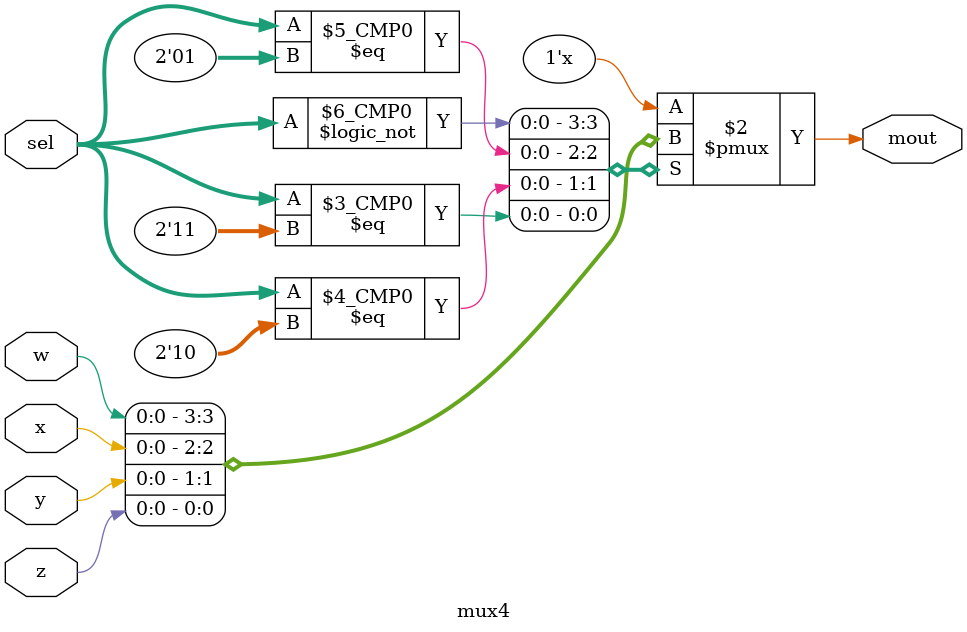
<source format=v>

module mux4 (
    // OUTPUTS
    output reg mout

    ,input w
    ,input x
    ,input y
    ,input z
    ,input [1:0] sel
    );

    always @(w, x, y, z, sel)
        case (sel)
            2'b00: mout = w;
            2'b01: mout = x;
            2'b10: mout = y;
            2'b11: mout = z;
        endcase
endmodule

</source>
